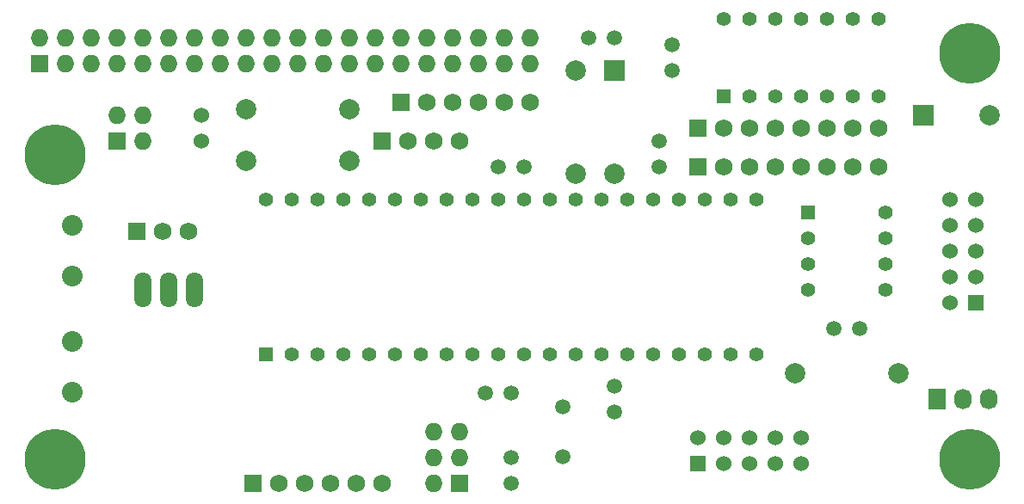
<source format=gbs>
%FSLAX34Y34*%
G04 Gerber Fmt 3.4, Leading zero omitted, Abs format*
G04 (created by PCBNEW (2014-jan-25)-product) date Sun 10 Aug 2014 05:09:58 PM PDT*
%MOIN*%
G01*
G70*
G90*
G04 APERTURE LIST*
%ADD10C,0.003937*%
%ADD11C,0.059100*%
%ADD12C,0.078700*%
%ADD13R,0.078700X0.078700*%
%ADD14C,0.060000*%
%ADD15C,0.236220*%
%ADD16R,0.068000X0.080000*%
%ADD17O,0.068000X0.080000*%
%ADD18R,0.068000X0.068000*%
%ADD19O,0.068000X0.068000*%
%ADD20O,0.066900X0.137800*%
%ADD21R,0.055000X0.055000*%
%ADD22C,0.055000*%
%ADD23R,0.060000X0.060000*%
%ADD24C,0.080000*%
%ADD25C,0.068000*%
G04 APERTURE END LIST*
G54D10*
G54D11*
X59000Y-57000D03*
X59000Y-58000D03*
X63000Y-55250D03*
X63000Y-54250D03*
X59500Y-45750D03*
X58500Y-45750D03*
X58000Y-54500D03*
X59000Y-54500D03*
X72500Y-52000D03*
X71500Y-52000D03*
X64750Y-44750D03*
X64750Y-45750D03*
X65250Y-41000D03*
X65250Y-42000D03*
G54D12*
X63000Y-46000D03*
G54D13*
X63000Y-42000D03*
G54D14*
X47000Y-43750D03*
X47000Y-44750D03*
G54D15*
X41338Y-45275D03*
X76771Y-41338D03*
X41338Y-57086D03*
X76771Y-57086D03*
G54D16*
X75500Y-54750D03*
G54D17*
X76500Y-54750D03*
X77500Y-54750D03*
G54D18*
X43750Y-44750D03*
G54D19*
X43750Y-43750D03*
X44750Y-44750D03*
X44750Y-43750D03*
G54D18*
X57000Y-58000D03*
G54D19*
X56000Y-58000D03*
X57000Y-57000D03*
X56000Y-57000D03*
X57000Y-56000D03*
X56000Y-56000D03*
G54D20*
X45750Y-50500D03*
X46750Y-50500D03*
X44750Y-50500D03*
G54D12*
X70000Y-53750D03*
X74000Y-53750D03*
X61500Y-46000D03*
X61500Y-42000D03*
X48750Y-43500D03*
X52750Y-43500D03*
X48750Y-45500D03*
X52750Y-45500D03*
G54D21*
X67250Y-43000D03*
G54D22*
X68250Y-43000D03*
X69250Y-43000D03*
X70250Y-43000D03*
X71250Y-43000D03*
X72250Y-43000D03*
X73250Y-43000D03*
X73250Y-40000D03*
X72250Y-40000D03*
X71250Y-40000D03*
X70250Y-40000D03*
X69250Y-40000D03*
X68250Y-40000D03*
X67250Y-40000D03*
G54D21*
X70500Y-47500D03*
G54D22*
X70500Y-48500D03*
X70500Y-49500D03*
X70500Y-50500D03*
X73500Y-50500D03*
X73500Y-49500D03*
X73500Y-48500D03*
X73500Y-47500D03*
G54D11*
X61000Y-56961D03*
X61000Y-55039D03*
G54D13*
X74970Y-43750D03*
G54D12*
X77530Y-43750D03*
G54D23*
X66250Y-57250D03*
G54D14*
X66250Y-56250D03*
X67250Y-57250D03*
X67250Y-56250D03*
X68250Y-57250D03*
X68250Y-56250D03*
X69250Y-57250D03*
X69250Y-56250D03*
X70250Y-57250D03*
X70250Y-56250D03*
G54D21*
X49500Y-53000D03*
G54D22*
X50500Y-53000D03*
X51500Y-53000D03*
X52500Y-53000D03*
X53500Y-53000D03*
X54500Y-53000D03*
X55500Y-53000D03*
X56500Y-53000D03*
X57500Y-53000D03*
X58500Y-53000D03*
X59500Y-53000D03*
X60500Y-53000D03*
X61500Y-53000D03*
X62500Y-53000D03*
X63500Y-53000D03*
X64500Y-53000D03*
X65500Y-53000D03*
X66500Y-53000D03*
X67500Y-53000D03*
X68500Y-53000D03*
X68500Y-47000D03*
X67500Y-47000D03*
X66500Y-47000D03*
X65500Y-47000D03*
X64500Y-47000D03*
X63500Y-47000D03*
X62500Y-47000D03*
X61500Y-47000D03*
X60500Y-47000D03*
X59500Y-47000D03*
X58500Y-47000D03*
X57500Y-47000D03*
X56500Y-47000D03*
X55500Y-47000D03*
X54500Y-47000D03*
X53500Y-47000D03*
X52500Y-47000D03*
X51500Y-47000D03*
X50500Y-47000D03*
X49500Y-47000D03*
G54D11*
X62000Y-40750D03*
X63000Y-40750D03*
G54D24*
X42000Y-49984D03*
X42000Y-48015D03*
X42000Y-54484D03*
X42000Y-52515D03*
G54D23*
X77000Y-51000D03*
G54D14*
X76000Y-51000D03*
X77000Y-50000D03*
X76000Y-50000D03*
X77000Y-49000D03*
X76000Y-49000D03*
X77000Y-48000D03*
X76000Y-48000D03*
X77000Y-47000D03*
X76000Y-47000D03*
G54D18*
X54750Y-43250D03*
G54D25*
X55750Y-43250D03*
X56750Y-43250D03*
X57750Y-43250D03*
X58750Y-43250D03*
X59750Y-43250D03*
G54D18*
X49000Y-58000D03*
G54D25*
X50000Y-58000D03*
X51000Y-58000D03*
X52000Y-58000D03*
X53000Y-58000D03*
X54000Y-58000D03*
G54D18*
X44500Y-48250D03*
G54D25*
X45500Y-48250D03*
X46500Y-48250D03*
G54D18*
X40750Y-41750D03*
G54D19*
X40750Y-40750D03*
X41750Y-41750D03*
X41750Y-40750D03*
X42750Y-41750D03*
X42750Y-40750D03*
X43750Y-41750D03*
X43750Y-40750D03*
X44750Y-41750D03*
X44750Y-40750D03*
X45750Y-41750D03*
X45750Y-40750D03*
X46750Y-41750D03*
X46750Y-40750D03*
X47750Y-41750D03*
X47750Y-40750D03*
X48750Y-41750D03*
X48750Y-40750D03*
X49750Y-41750D03*
X49750Y-40750D03*
X50750Y-41750D03*
X50750Y-40750D03*
X51750Y-41750D03*
X51750Y-40750D03*
X52750Y-41750D03*
X52750Y-40750D03*
X53750Y-41750D03*
X53750Y-40750D03*
X54750Y-41750D03*
X54750Y-40750D03*
X55750Y-41750D03*
X55750Y-40750D03*
X56750Y-41750D03*
X56750Y-40750D03*
X57750Y-41750D03*
X57750Y-40750D03*
X58750Y-41750D03*
X58750Y-40750D03*
X59750Y-41750D03*
X59750Y-40750D03*
G54D18*
X54000Y-44750D03*
G54D25*
X55000Y-44750D03*
X56000Y-44750D03*
X57000Y-44750D03*
G54D18*
X66250Y-44250D03*
G54D25*
X67250Y-44250D03*
X68250Y-44250D03*
X69250Y-44250D03*
X70250Y-44250D03*
X71250Y-44250D03*
X72250Y-44250D03*
X73250Y-44250D03*
G54D18*
X66250Y-45750D03*
G54D25*
X67250Y-45750D03*
X68250Y-45750D03*
X69250Y-45750D03*
X70250Y-45750D03*
X71250Y-45750D03*
X72250Y-45750D03*
X73250Y-45750D03*
M02*

</source>
